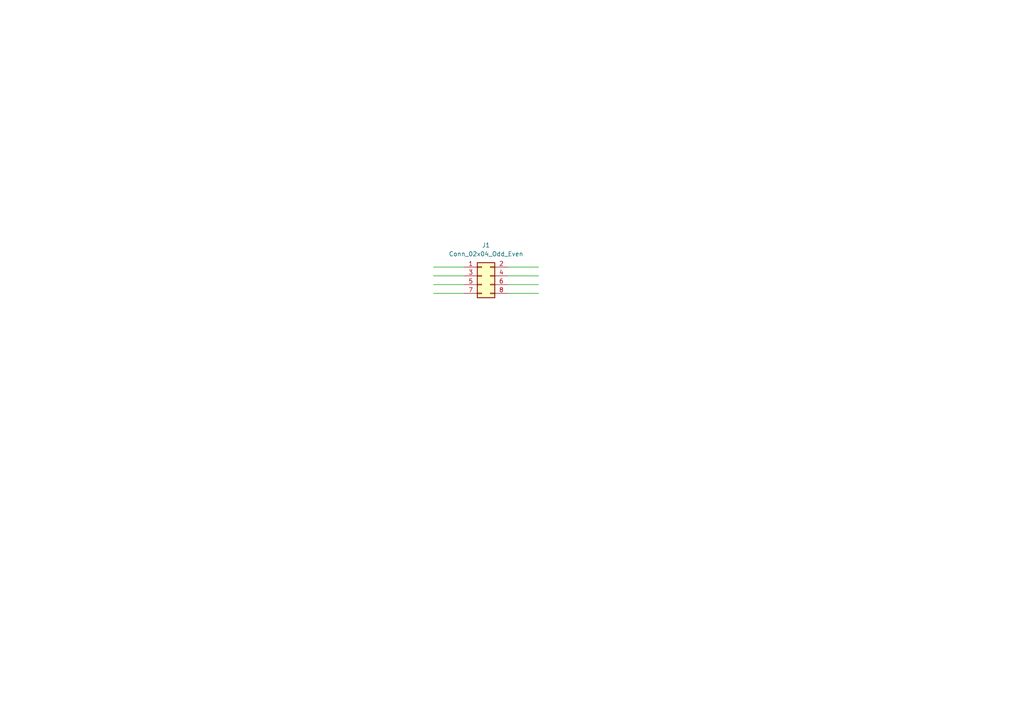
<source format=kicad_sch>
(kicad_sch (version 20250114) (generator "eeschema") (generator_version "9.0")
  (paper "A4")
  (lib_symbols
    (symbol "Connector_Generic:Conn_02x04_Odd_Even" (pin_names (offset 1.016) (hide yes))
      (property "Reference" "J" (at 1.27 5.08 0))
      (property "Value" "Conn_02x04_Odd_Even" (at 1.27 -7.62 0))
      (symbol "Conn_02x04_Odd_Even_1_1"
        (rectangle (start -1.27 3.81) (end 3.81 -6.35) (stroke (width 0.254)) (fill (type background)))
        (rectangle (start -1.27 2.667) (end 0 2.413) (stroke (width 0.1524)))
        (rectangle (start -1.27 0.127) (end 0 -0.127) (stroke (width 0.1524)))
        (rectangle (start -1.27 -2.413) (end 0 -2.667) (stroke (width 0.1524)))
        (rectangle (start -1.27 -4.953) (end 0 -5.207) (stroke (width 0.1524)))
        (rectangle (start 3.81 2.667) (end 2.54 2.413) (stroke (width 0.1524)))
        (rectangle (start 3.81 0.127) (end 2.54 -0.127) (stroke (width 0.1524)))
        (rectangle (start 3.81 -2.413) (end 2.54 -2.667) (stroke (width 0.1524)))
        (rectangle (start 3.81 -4.953) (end 2.54 -5.207) (stroke (width 0.1524)))
        (pin passive line (at -5.08 2.54 0) (length 3.81) (name "Pin_1") (number "1"))
        (pin passive line (at -5.08 0 0) (length 3.81) (name "Pin_3") (number "3"))
        (pin passive line (at -5.08 -2.54 0) (length 3.81) (name "Pin_5") (number "5"))
        (pin passive line (at -5.08 -5.08 0) (length 3.81) (name "Pin_7") (number "7"))
        (pin passive line (at 7.62 2.54 180) (length 3.81) (name "Pin_2") (number "2"))
        (pin passive line (at 7.62 0 180) (length 3.81) (name "Pin_4") (number "4"))
        (pin passive line (at 7.62 -2.54 180) (length 3.81) (name "Pin_6") (number "6"))
        (pin passive line (at 7.62 -5.08 180) (length 3.81) (name "Pin_8") (number "8"))
      )
    )
  )
  (wire (pts (xy 125.73 85.09) (xy 134.62 85.09)))
  (wire (pts (xy 147.32 77.47) (xy 156.21 77.47)))
  (wire (pts (xy 147.32 80.01) (xy 156.21 80.01)))
  (wire (pts (xy 147.32 85.09) (xy 156.21 85.09)))
  (wire (pts (xy 125.73 82.55) (xy 134.62 82.55)))
  (wire (pts (xy 147.32 82.55) (xy 156.21 82.55)))
  (wire (pts (xy 125.73 77.47) (xy 134.62 77.47)))
  (wire (pts (xy 125.73 80.01) (xy 134.62 80.01)))
  (symbol (lib_id "Connector_Generic:Conn_02x04_Odd_Even") (at 139.7 80.01 0) (unit 1)
    (property "Reference" "J1" (at 140.97 71.12 0))
    (property "Value" "Conn_02x04_Odd_Even" (at 140.97 73.66 0))
    (property "Description" "Generic connector, double row, 02x04, odd/even pin numbering scheme (row 1 odd numbers, row 2 even numbers), script generated (kicad-library-utils/schlib/autogen/connector/)" (effects (hide yes)))
  )
)
</source>
